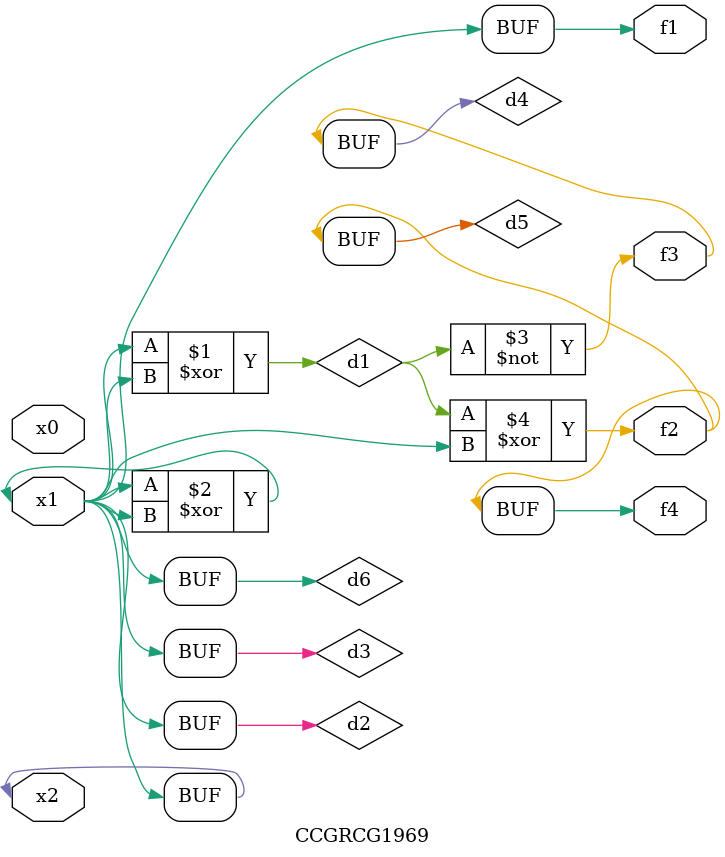
<source format=v>
module CCGRCG1969(
	input x0, x1, x2,
	output f1, f2, f3, f4
);

	wire d1, d2, d3, d4, d5, d6;

	xor (d1, x1, x2);
	buf (d2, x1, x2);
	xor (d3, x1, x2);
	nor (d4, d1);
	xor (d5, d1, d2);
	buf (d6, d2, d3);
	assign f1 = d6;
	assign f2 = d5;
	assign f3 = d4;
	assign f4 = d5;
endmodule

</source>
